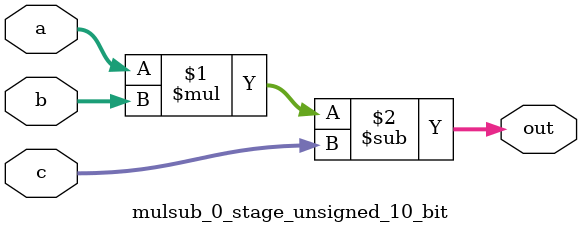
<source format=sv>
(* use_dsp = "yes" *) module mulsub_0_stage_unsigned_10_bit(
	input  [9:0] a,
	input  [9:0] b,
	input  [9:0] c,
	output [9:0] out
	);

	assign out = (a * b) - c;
endmodule

</source>
